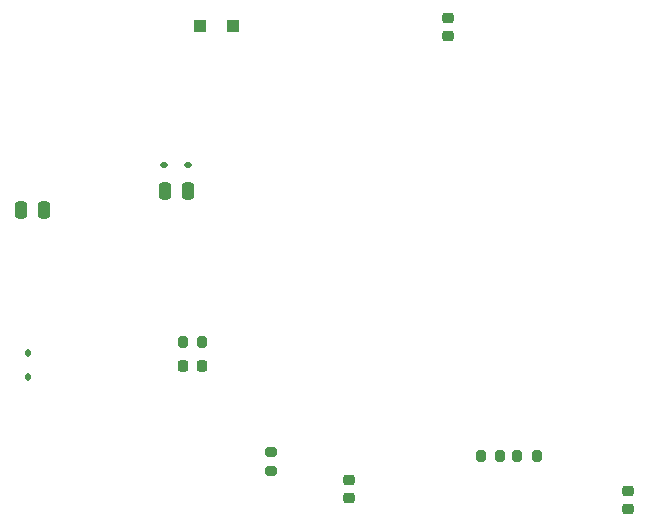
<source format=gbr>
%TF.GenerationSoftware,KiCad,Pcbnew,9.0.4*%
%TF.CreationDate,2025-12-07T20:14:19+01:00*%
%TF.ProjectId,bluebox,626c7565-626f-4782-9e6b-696361645f70,rev?*%
%TF.SameCoordinates,Original*%
%TF.FileFunction,Paste,Top*%
%TF.FilePolarity,Positive*%
%FSLAX46Y46*%
G04 Gerber Fmt 4.6, Leading zero omitted, Abs format (unit mm)*
G04 Created by KiCad (PCBNEW 9.0.4) date 2025-12-07 20:14:19*
%MOMM*%
%LPD*%
G01*
G04 APERTURE LIST*
G04 Aperture macros list*
%AMRoundRect*
0 Rectangle with rounded corners*
0 $1 Rounding radius*
0 $2 $3 $4 $5 $6 $7 $8 $9 X,Y pos of 4 corners*
0 Add a 4 corners polygon primitive as box body*
4,1,4,$2,$3,$4,$5,$6,$7,$8,$9,$2,$3,0*
0 Add four circle primitives for the rounded corners*
1,1,$1+$1,$2,$3*
1,1,$1+$1,$4,$5*
1,1,$1+$1,$6,$7*
1,1,$1+$1,$8,$9*
0 Add four rect primitives between the rounded corners*
20,1,$1+$1,$2,$3,$4,$5,0*
20,1,$1+$1,$4,$5,$6,$7,0*
20,1,$1+$1,$6,$7,$8,$9,0*
20,1,$1+$1,$8,$9,$2,$3,0*%
G04 Aperture macros list end*
%ADD10RoundRect,0.200000X-0.200000X-0.275000X0.200000X-0.275000X0.200000X0.275000X-0.200000X0.275000X0*%
%ADD11RoundRect,0.112500X0.187500X0.112500X-0.187500X0.112500X-0.187500X-0.112500X0.187500X-0.112500X0*%
%ADD12RoundRect,0.250000X-0.300000X-0.300000X0.300000X-0.300000X0.300000X0.300000X-0.300000X0.300000X0*%
%ADD13RoundRect,0.200000X-0.275000X0.200000X-0.275000X-0.200000X0.275000X-0.200000X0.275000X0.200000X0*%
%ADD14RoundRect,0.250000X-0.250000X-0.475000X0.250000X-0.475000X0.250000X0.475000X-0.250000X0.475000X0*%
%ADD15RoundRect,0.225000X-0.250000X0.225000X-0.250000X-0.225000X0.250000X-0.225000X0.250000X0.225000X0*%
%ADD16RoundRect,0.200000X0.200000X0.275000X-0.200000X0.275000X-0.200000X-0.275000X0.200000X-0.275000X0*%
%ADD17RoundRect,0.250000X0.250000X0.475000X-0.250000X0.475000X-0.250000X-0.475000X0.250000X-0.475000X0*%
%ADD18RoundRect,0.225000X-0.225000X-0.250000X0.225000X-0.250000X0.225000X0.250000X-0.225000X0.250000X0*%
%ADD19RoundRect,0.112500X0.112500X-0.187500X0.112500X0.187500X-0.112500X0.187500X-0.112500X-0.187500X0*%
G04 APERTURE END LIST*
D10*
%TO.C,R302*%
X174225000Y-115900000D03*
X175875000Y-115900000D03*
%TD*%
D11*
%TO.C,D202*%
X149500000Y-91250000D03*
X147400000Y-91250000D03*
%TD*%
D12*
%TO.C,D203*%
X150450000Y-79500000D03*
X153250000Y-79500000D03*
%TD*%
D13*
%TO.C,R303*%
X156500000Y-115525000D03*
X156500000Y-117175000D03*
%TD*%
D10*
%TO.C,R301*%
X177350000Y-115900000D03*
X179000000Y-115900000D03*
%TD*%
D14*
%TO.C,C203*%
X135350000Y-95100000D03*
X137250000Y-95100000D03*
%TD*%
D15*
%TO.C,C304*%
X163100000Y-117900000D03*
X163100000Y-119450000D03*
%TD*%
%TO.C,C303*%
X186700000Y-118850000D03*
X186700000Y-120400000D03*
%TD*%
D16*
%TO.C,R201*%
X150675000Y-106250000D03*
X149025000Y-106250000D03*
%TD*%
D17*
%TO.C,C207*%
X149450000Y-93500000D03*
X147550000Y-93500000D03*
%TD*%
D18*
%TO.C,C204*%
X149075000Y-108300000D03*
X150625000Y-108300000D03*
%TD*%
D19*
%TO.C,D201*%
X135950000Y-109250000D03*
X135950000Y-107150000D03*
%TD*%
D15*
%TO.C,C301*%
X171500000Y-78825000D03*
X171500000Y-80375000D03*
%TD*%
M02*

</source>
